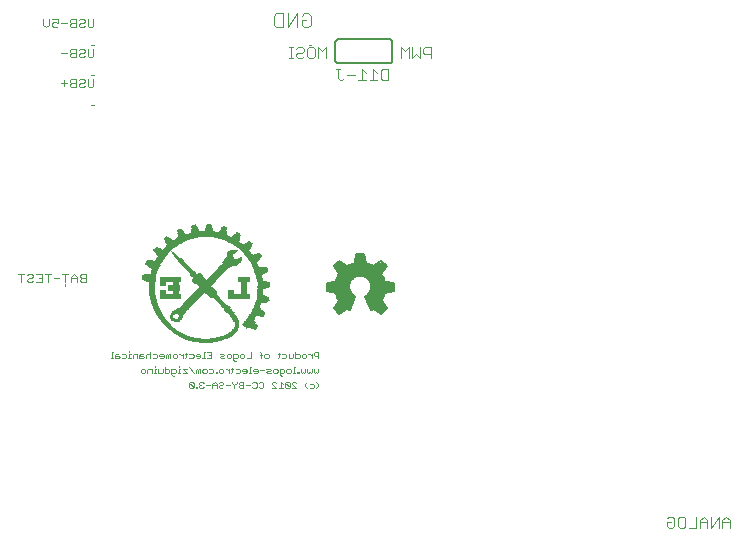
<source format=gbo>
G75*
G70*
%OFA0B0*%
%FSLAX24Y24*%
%IPPOS*%
%LPD*%
%AMOC8*
5,1,8,0,0,1.08239X$1,22.5*
%
%ADD10C,0.0020*%
%ADD11C,0.0030*%
%ADD12C,0.0060*%
%ADD13C,0.0040*%
%ADD14R,0.0483X0.0017*%
%ADD15R,0.0700X0.0017*%
%ADD16R,0.0867X0.0017*%
%ADD17R,0.1000X0.0017*%
%ADD18R,0.1117X0.0017*%
%ADD19R,0.1217X0.0017*%
%ADD20R,0.1300X0.0017*%
%ADD21R,0.0517X0.0017*%
%ADD22R,0.0550X0.0017*%
%ADD23R,0.0450X0.0017*%
%ADD24R,0.0400X0.0017*%
%ADD25R,0.0417X0.0017*%
%ADD26R,0.0367X0.0017*%
%ADD27R,0.0383X0.0017*%
%ADD28R,0.0333X0.0017*%
%ADD29R,0.0350X0.0017*%
%ADD30R,0.0317X0.0017*%
%ADD31R,0.0283X0.0017*%
%ADD32R,0.0300X0.0017*%
%ADD33R,0.0283X0.0017*%
%ADD34R,0.0283X0.0017*%
%ADD35R,0.0250X0.0017*%
%ADD36R,0.0233X0.0017*%
%ADD37R,0.0267X0.0017*%
%ADD38R,0.0217X0.0017*%
%ADD39R,0.0267X0.0017*%
%ADD40R,0.0200X0.0017*%
%ADD41R,0.0250X0.0017*%
%ADD42R,0.0183X0.0017*%
%ADD43R,0.0233X0.0017*%
%ADD44R,0.0183X0.0017*%
%ADD45R,0.0183X0.0017*%
%ADD46R,0.0167X0.0017*%
%ADD47R,0.0167X0.0017*%
%ADD48R,0.0217X0.0017*%
%ADD49R,0.0067X0.0017*%
%ADD50R,0.0150X0.0017*%
%ADD51R,0.0200X0.0017*%
%ADD52R,0.0133X0.0017*%
%ADD53R,0.0217X0.0017*%
%ADD54R,0.0017X0.0017*%
%ADD55R,0.0133X0.0017*%
%ADD56R,0.0217X0.0017*%
%ADD57R,0.0050X0.0017*%
%ADD58R,0.0300X0.0017*%
%ADD59R,0.0083X0.0017*%
%ADD60R,0.0133X0.0017*%
%ADD61R,0.0433X0.0017*%
%ADD62R,0.0133X0.0017*%
%ADD63R,0.0117X0.0017*%
%ADD64R,0.0467X0.0017*%
%ADD65R,0.0117X0.0017*%
%ADD66R,0.0483X0.0017*%
%ADD67R,0.0467X0.0017*%
%ADD68R,0.0383X0.0017*%
%ADD69R,0.0350X0.0017*%
%ADD70R,0.0150X0.0017*%
%ADD71R,0.0317X0.0017*%
%ADD72R,0.0283X0.0017*%
%ADD73R,0.0167X0.0017*%
%ADD74R,0.0267X0.0017*%
%ADD75R,0.0167X0.0017*%
%ADD76R,0.0100X0.0017*%
%ADD77R,0.0100X0.0017*%
%ADD78R,0.0233X0.0017*%
%ADD79R,0.0117X0.0017*%
%ADD80R,0.0500X0.0017*%
%ADD81R,0.0083X0.0017*%
%ADD82R,0.0500X0.0017*%
%ADD83R,0.0483X0.0017*%
%ADD84R,0.0233X0.0017*%
%ADD85R,0.0450X0.0017*%
%ADD86R,0.0433X0.0017*%
%ADD87R,0.0417X0.0017*%
%ADD88R,0.0183X0.0017*%
%ADD89R,0.0433X0.0017*%
%ADD90R,0.0333X0.0017*%
%ADD91R,0.0400X0.0017*%
%ADD92R,0.0367X0.0017*%
%ADD93R,0.0017X0.0017*%
%ADD94R,0.0333X0.0017*%
%ADD95R,0.0383X0.0017*%
%ADD96R,0.0433X0.0017*%
%ADD97R,0.0717X0.0017*%
%ADD98R,0.0700X0.0017*%
%ADD99R,0.0717X0.0017*%
%ADD100R,0.0317X0.0017*%
%ADD101R,0.0333X0.0017*%
%ADD102R,0.0733X0.0017*%
%ADD103R,0.0717X0.0017*%
%ADD104R,0.0683X0.0017*%
%ADD105R,0.0650X0.0017*%
%ADD106R,0.0617X0.0017*%
%ADD107R,0.0600X0.0017*%
%ADD108R,0.0567X0.0017*%
%ADD109R,0.0367X0.0017*%
%ADD110R,0.0533X0.0017*%
%ADD111R,0.0367X0.0017*%
%ADD112R,0.0417X0.0017*%
%ADD113R,0.0550X0.0017*%
%ADD114R,0.0583X0.0017*%
%ADD115R,0.0733X0.0017*%
%ADD116R,0.0383X0.0017*%
%ADD117R,0.0767X0.0017*%
%ADD118R,0.0783X0.0017*%
%ADD119R,0.0033X0.0017*%
%ADD120R,0.0067X0.0017*%
%ADD121R,0.0533X0.0017*%
%ADD122R,0.0567X0.0017*%
%ADD123R,0.0517X0.0017*%
%ADD124R,0.0567X0.0017*%
%ADD125R,0.0517X0.0017*%
%ADD126R,0.0317X0.0017*%
%ADD127R,0.0067X0.0017*%
%ADD128R,0.0033X0.0017*%
%ADD129R,0.0467X0.0017*%
%ADD130R,0.0583X0.0017*%
%ADD131R,0.0600X0.0017*%
%ADD132R,0.0633X0.0017*%
%ADD133R,0.0683X0.0017*%
%ADD134R,0.0650X0.0017*%
%ADD135R,0.0717X0.0017*%
%ADD136R,0.0533X0.0017*%
%ADD137R,0.0883X0.0017*%
%ADD138R,0.0750X0.0017*%
%ADD139R,0.0883X0.0017*%
%ADD140R,0.0033X0.0017*%
%ADD141R,0.1717X0.0017*%
%ADD142R,0.1683X0.0017*%
%ADD143R,0.1650X0.0017*%
%ADD144R,0.1633X0.0017*%
%ADD145R,0.1333X0.0017*%
%ADD146R,0.1283X0.0017*%
%ADD147R,0.1233X0.0017*%
%ADD148R,0.1183X0.0017*%
%ADD149R,0.0867X0.0017*%
%ADD150R,0.0767X0.0017*%
%ADD151R,0.0050X0.0017*%
%ADD152C,0.0000*%
D10*
X008181Y007632D02*
X008218Y007596D01*
X008291Y007596D01*
X008328Y007632D01*
X008181Y007779D01*
X008181Y007632D01*
X008328Y007632D02*
X008328Y007779D01*
X008291Y007816D01*
X008218Y007816D01*
X008181Y007779D01*
X008402Y007632D02*
X008402Y007596D01*
X008439Y007596D01*
X008439Y007632D01*
X008402Y007632D01*
X008513Y007632D02*
X008549Y007596D01*
X008623Y007596D01*
X008660Y007632D01*
X008734Y007706D02*
X008881Y007706D01*
X008955Y007706D02*
X009102Y007706D01*
X009102Y007742D02*
X009028Y007816D01*
X008955Y007742D01*
X008955Y007596D01*
X009102Y007596D02*
X009102Y007742D01*
X009176Y007779D02*
X009212Y007816D01*
X009286Y007816D01*
X009323Y007779D01*
X009323Y007742D01*
X009286Y007706D01*
X009212Y007706D01*
X009176Y007669D01*
X009176Y007632D01*
X009212Y007596D01*
X009286Y007596D01*
X009323Y007632D01*
X009397Y007706D02*
X009543Y007706D01*
X009618Y007779D02*
X009618Y007816D01*
X009618Y007779D02*
X009691Y007706D01*
X009691Y007596D01*
X009691Y007706D02*
X009764Y007779D01*
X009764Y007816D01*
X009839Y007779D02*
X009839Y007742D01*
X009875Y007706D01*
X009985Y007706D01*
X010060Y007706D02*
X010206Y007706D01*
X010281Y007779D02*
X010317Y007816D01*
X010391Y007816D01*
X010427Y007779D01*
X010427Y007632D01*
X010391Y007596D01*
X010317Y007596D01*
X010281Y007632D01*
X010502Y007632D02*
X010538Y007596D01*
X010612Y007596D01*
X010648Y007632D01*
X010648Y007779D01*
X010612Y007816D01*
X010538Y007816D01*
X010502Y007779D01*
X010428Y008096D02*
X010354Y008096D01*
X010428Y008096D02*
X010464Y008132D01*
X010464Y008206D01*
X010428Y008242D01*
X010354Y008242D01*
X010317Y008206D01*
X010317Y008169D01*
X010464Y008169D01*
X010538Y008206D02*
X010685Y008206D01*
X010759Y008242D02*
X010870Y008242D01*
X010906Y008206D01*
X010870Y008169D01*
X010796Y008169D01*
X010759Y008132D01*
X010796Y008096D01*
X010906Y008096D01*
X010980Y008132D02*
X010980Y008206D01*
X011017Y008242D01*
X011091Y008242D01*
X011127Y008206D01*
X011127Y008132D01*
X011091Y008096D01*
X011017Y008096D01*
X010980Y008132D01*
X011201Y008096D02*
X011312Y008096D01*
X011348Y008132D01*
X011348Y008206D01*
X011312Y008242D01*
X011201Y008242D01*
X011201Y008059D01*
X011238Y008022D01*
X011275Y008022D01*
X011422Y008132D02*
X011422Y008206D01*
X011459Y008242D01*
X011533Y008242D01*
X011569Y008206D01*
X011569Y008132D01*
X011533Y008096D01*
X011459Y008096D01*
X011422Y008132D01*
X011643Y008096D02*
X011717Y008096D01*
X011680Y008096D02*
X011680Y008316D01*
X011717Y008316D01*
X011790Y008132D02*
X011790Y008096D01*
X011827Y008096D01*
X011827Y008132D01*
X011790Y008132D01*
X011901Y008132D02*
X011938Y008096D01*
X011975Y008132D01*
X012011Y008096D01*
X012048Y008132D01*
X012048Y008242D01*
X012122Y008242D02*
X012122Y008132D01*
X012159Y008096D01*
X012196Y008132D01*
X012232Y008096D01*
X012269Y008132D01*
X012269Y008242D01*
X012343Y008242D02*
X012343Y008132D01*
X012380Y008096D01*
X012417Y008132D01*
X012453Y008096D01*
X012490Y008132D01*
X012490Y008242D01*
X012490Y008596D02*
X012490Y008816D01*
X012380Y008816D01*
X012343Y008779D01*
X012343Y008706D01*
X012380Y008669D01*
X012490Y008669D01*
X012269Y008669D02*
X012196Y008742D01*
X012159Y008742D01*
X012085Y008706D02*
X012085Y008632D01*
X012048Y008596D01*
X011975Y008596D01*
X011938Y008632D01*
X011938Y008706D01*
X011975Y008742D01*
X012048Y008742D01*
X012085Y008706D01*
X012269Y008742D02*
X012269Y008596D01*
X011864Y008632D02*
X011864Y008706D01*
X011827Y008742D01*
X011717Y008742D01*
X011717Y008816D02*
X011717Y008596D01*
X011827Y008596D01*
X011864Y008632D01*
X011643Y008632D02*
X011606Y008596D01*
X011496Y008596D01*
X011496Y008742D01*
X011422Y008706D02*
X011422Y008632D01*
X011385Y008596D01*
X011275Y008596D01*
X011164Y008632D02*
X011128Y008596D01*
X011164Y008632D02*
X011164Y008779D01*
X011128Y008742D02*
X011201Y008742D01*
X011275Y008742D02*
X011385Y008742D01*
X011422Y008706D01*
X011643Y008742D02*
X011643Y008632D01*
X011901Y008242D02*
X011901Y008132D01*
X011717Y007816D02*
X011753Y007779D01*
X011717Y007816D02*
X011643Y007816D01*
X011607Y007779D01*
X011607Y007742D01*
X011753Y007596D01*
X011607Y007596D01*
X011532Y007632D02*
X011386Y007779D01*
X011386Y007632D01*
X011422Y007596D01*
X011496Y007596D01*
X011532Y007632D01*
X011532Y007779D01*
X011496Y007816D01*
X011422Y007816D01*
X011386Y007779D01*
X011311Y007742D02*
X011238Y007816D01*
X011238Y007596D01*
X011311Y007596D02*
X011165Y007596D01*
X011090Y007596D02*
X010944Y007742D01*
X010944Y007779D01*
X010980Y007816D01*
X011054Y007816D01*
X011090Y007779D01*
X011090Y007596D02*
X010944Y007596D01*
X010243Y008096D02*
X010170Y008096D01*
X010207Y008096D02*
X010207Y008316D01*
X010243Y008316D01*
X010096Y008206D02*
X010059Y008242D01*
X009986Y008242D01*
X009949Y008206D01*
X009949Y008169D01*
X010096Y008169D01*
X010096Y008132D02*
X010096Y008206D01*
X010096Y008132D02*
X010059Y008096D01*
X009986Y008096D01*
X009875Y008132D02*
X009838Y008096D01*
X009728Y008096D01*
X009617Y008132D02*
X009581Y008096D01*
X009617Y008132D02*
X009617Y008279D01*
X009581Y008242D02*
X009654Y008242D01*
X009728Y008242D02*
X009838Y008242D01*
X009875Y008206D01*
X009875Y008132D01*
X009728Y008522D02*
X009691Y008522D01*
X009655Y008559D01*
X009655Y008742D01*
X009765Y008742D01*
X009801Y008706D01*
X009801Y008632D01*
X009765Y008596D01*
X009655Y008596D01*
X009580Y008632D02*
X009544Y008596D01*
X009470Y008596D01*
X009434Y008632D01*
X009434Y008706D01*
X009470Y008742D01*
X009544Y008742D01*
X009580Y008706D01*
X009580Y008632D01*
X009359Y008596D02*
X009249Y008596D01*
X009213Y008632D01*
X009249Y008669D01*
X009323Y008669D01*
X009359Y008706D01*
X009323Y008742D01*
X009213Y008742D01*
X008917Y008706D02*
X008844Y008706D01*
X008917Y008816D02*
X008917Y008596D01*
X008771Y008596D01*
X008696Y008596D02*
X008623Y008596D01*
X008660Y008596D02*
X008660Y008816D01*
X008696Y008816D01*
X008771Y008816D02*
X008917Y008816D01*
X008549Y008706D02*
X008512Y008742D01*
X008439Y008742D01*
X008402Y008706D01*
X008402Y008669D01*
X008549Y008669D01*
X008549Y008632D02*
X008549Y008706D01*
X008549Y008632D02*
X008512Y008596D01*
X008439Y008596D01*
X008328Y008632D02*
X008291Y008596D01*
X008181Y008596D01*
X008070Y008632D02*
X008034Y008596D01*
X008070Y008632D02*
X008070Y008779D01*
X008034Y008742D02*
X008107Y008742D01*
X008181Y008742D02*
X008291Y008742D01*
X008328Y008706D01*
X008328Y008632D01*
X007960Y008596D02*
X007960Y008742D01*
X007960Y008669D02*
X007886Y008742D01*
X007850Y008742D01*
X007776Y008706D02*
X007776Y008632D01*
X007739Y008596D01*
X007665Y008596D01*
X007629Y008632D01*
X007629Y008706D01*
X007665Y008742D01*
X007739Y008742D01*
X007776Y008706D01*
X007555Y008742D02*
X007518Y008742D01*
X007481Y008706D01*
X007445Y008742D01*
X007408Y008706D01*
X007408Y008596D01*
X007481Y008596D02*
X007481Y008706D01*
X007555Y008742D02*
X007555Y008596D01*
X007334Y008632D02*
X007334Y008706D01*
X007297Y008742D01*
X007224Y008742D01*
X007187Y008706D01*
X007187Y008669D01*
X007334Y008669D01*
X007334Y008632D02*
X007297Y008596D01*
X007224Y008596D01*
X007113Y008632D02*
X007076Y008596D01*
X006966Y008596D01*
X006892Y008596D02*
X006892Y008816D01*
X006855Y008742D02*
X006782Y008742D01*
X006745Y008706D01*
X006745Y008596D01*
X006671Y008632D02*
X006634Y008669D01*
X006524Y008669D01*
X006524Y008706D02*
X006524Y008596D01*
X006634Y008596D01*
X006671Y008632D01*
X006634Y008742D02*
X006561Y008742D01*
X006524Y008706D01*
X006450Y008742D02*
X006340Y008742D01*
X006303Y008706D01*
X006303Y008596D01*
X006229Y008596D02*
X006155Y008596D01*
X006192Y008596D02*
X006192Y008742D01*
X006229Y008742D01*
X006192Y008816D02*
X006192Y008852D01*
X006045Y008742D02*
X006081Y008706D01*
X006081Y008632D01*
X006045Y008596D01*
X005935Y008596D01*
X005860Y008632D02*
X005824Y008669D01*
X005714Y008669D01*
X005714Y008706D02*
X005714Y008596D01*
X005824Y008596D01*
X005860Y008632D01*
X005824Y008742D02*
X005750Y008742D01*
X005714Y008706D01*
X005639Y008816D02*
X005603Y008816D01*
X005603Y008596D01*
X005639Y008596D02*
X005566Y008596D01*
X005935Y008742D02*
X006045Y008742D01*
X006450Y008742D02*
X006450Y008596D01*
X006855Y008742D02*
X006892Y008706D01*
X006966Y008742D02*
X007076Y008742D01*
X007113Y008706D01*
X007113Y008632D01*
X007039Y008352D02*
X007039Y008316D01*
X007039Y008242D02*
X007039Y008096D01*
X007076Y008096D02*
X007002Y008096D01*
X006928Y008096D02*
X006928Y008242D01*
X006818Y008242D01*
X006782Y008206D01*
X006782Y008096D01*
X006707Y008132D02*
X006671Y008096D01*
X006597Y008096D01*
X006561Y008132D01*
X006561Y008206D01*
X006597Y008242D01*
X006671Y008242D01*
X006707Y008206D01*
X006707Y008132D01*
X007039Y008242D02*
X007076Y008242D01*
X007150Y008242D02*
X007150Y008096D01*
X007260Y008096D01*
X007297Y008132D01*
X007297Y008242D01*
X007371Y008242D02*
X007481Y008242D01*
X007518Y008206D01*
X007518Y008132D01*
X007481Y008096D01*
X007371Y008096D01*
X007371Y008316D01*
X007592Y008242D02*
X007592Y008059D01*
X007629Y008022D01*
X007665Y008022D01*
X007702Y008096D02*
X007592Y008096D01*
X007702Y008096D02*
X007739Y008132D01*
X007739Y008206D01*
X007702Y008242D01*
X007592Y008242D01*
X007849Y008242D02*
X007849Y008096D01*
X007813Y008096D02*
X007886Y008096D01*
X007960Y008096D02*
X008107Y008096D01*
X007960Y008242D01*
X008107Y008242D01*
X008181Y008316D02*
X008328Y008096D01*
X008402Y008096D02*
X008402Y008206D01*
X008439Y008242D01*
X008476Y008206D01*
X008476Y008096D01*
X008549Y008096D02*
X008549Y008242D01*
X008512Y008242D01*
X008476Y008206D01*
X008623Y008206D02*
X008660Y008242D01*
X008733Y008242D01*
X008770Y008206D01*
X008770Y008132D01*
X008733Y008096D01*
X008660Y008096D01*
X008623Y008132D01*
X008623Y008206D01*
X008844Y008242D02*
X008954Y008242D01*
X008991Y008206D01*
X008991Y008132D01*
X008954Y008096D01*
X008844Y008096D01*
X009065Y008096D02*
X009065Y008132D01*
X009102Y008132D01*
X009102Y008096D01*
X009065Y008096D01*
X009176Y008132D02*
X009212Y008096D01*
X009286Y008096D01*
X009323Y008132D01*
X009323Y008206D01*
X009286Y008242D01*
X009212Y008242D01*
X009176Y008206D01*
X009176Y008132D01*
X009397Y008242D02*
X009433Y008242D01*
X009507Y008169D01*
X009507Y008096D02*
X009507Y008242D01*
X009876Y008632D02*
X009876Y008706D01*
X009912Y008742D01*
X009986Y008742D01*
X010022Y008706D01*
X010022Y008632D01*
X009986Y008596D01*
X009912Y008596D01*
X009876Y008632D01*
X010096Y008596D02*
X010243Y008596D01*
X010243Y008816D01*
X010538Y008816D02*
X010575Y008779D01*
X010575Y008596D01*
X010612Y008706D02*
X010538Y008706D01*
X010686Y008706D02*
X010722Y008742D01*
X010796Y008742D01*
X010833Y008706D01*
X010833Y008632D01*
X010796Y008596D01*
X010722Y008596D01*
X010686Y008632D01*
X010686Y008706D01*
X009985Y007816D02*
X009875Y007816D01*
X009839Y007779D01*
X009875Y007706D02*
X009839Y007669D01*
X009839Y007632D01*
X009875Y007596D01*
X009985Y007596D01*
X009985Y007816D01*
X008660Y007779D02*
X008623Y007816D01*
X008549Y007816D01*
X008513Y007779D01*
X008513Y007742D01*
X008549Y007706D01*
X008513Y007669D01*
X008513Y007632D01*
X008549Y007706D02*
X008586Y007706D01*
X007886Y008242D02*
X007849Y008242D01*
X007849Y008316D02*
X007849Y008352D01*
X012048Y007742D02*
X012122Y007816D01*
X012048Y007742D02*
X012048Y007669D01*
X012122Y007596D01*
X012196Y007596D02*
X012306Y007596D01*
X012343Y007632D01*
X012343Y007706D01*
X012306Y007742D01*
X012196Y007742D01*
X012417Y007816D02*
X012490Y007742D01*
X012490Y007669D01*
X012417Y007596D01*
D11*
X004741Y011126D02*
X004596Y011126D01*
X004547Y011175D01*
X004547Y011223D01*
X004596Y011271D01*
X004741Y011271D01*
X004741Y011126D02*
X004741Y011416D01*
X004596Y011416D01*
X004547Y011368D01*
X004547Y011320D01*
X004596Y011271D01*
X004446Y011271D02*
X004253Y011271D01*
X004253Y011320D02*
X004253Y011126D01*
X004446Y011126D02*
X004446Y011320D01*
X004350Y011416D01*
X004253Y011320D01*
X004152Y011416D02*
X003958Y011416D01*
X004055Y011416D02*
X004055Y011126D01*
X003857Y011271D02*
X003663Y011271D01*
X003562Y011416D02*
X003369Y011416D01*
X003466Y011416D02*
X003466Y011126D01*
X003268Y011126D02*
X003074Y011126D01*
X002973Y011175D02*
X002925Y011126D01*
X002828Y011126D01*
X002779Y011175D01*
X002779Y011223D01*
X002828Y011271D01*
X002925Y011271D01*
X002973Y011320D01*
X002973Y011368D01*
X002925Y011416D01*
X002828Y011416D01*
X002779Y011368D01*
X002678Y011416D02*
X002485Y011416D01*
X002582Y011416D02*
X002582Y011126D01*
X003074Y011416D02*
X003268Y011416D01*
X003268Y011126D01*
X003268Y011271D02*
X003171Y011271D01*
X004256Y017626D02*
X004402Y017626D01*
X004402Y017916D01*
X004256Y017916D01*
X004208Y017868D01*
X004208Y017820D01*
X004256Y017771D01*
X004402Y017771D01*
X004503Y017723D02*
X004503Y017675D01*
X004551Y017626D01*
X004648Y017626D01*
X004696Y017675D01*
X004797Y017675D02*
X004797Y017916D01*
X004696Y017868D02*
X004696Y017820D01*
X004648Y017771D01*
X004551Y017771D01*
X004503Y017723D01*
X004503Y017868D02*
X004551Y017916D01*
X004648Y017916D01*
X004696Y017868D01*
X004797Y017675D02*
X004846Y017626D01*
X004943Y017626D01*
X004991Y017675D01*
X004991Y017916D01*
X004943Y018626D02*
X004846Y018626D01*
X004797Y018675D01*
X004797Y018916D01*
X004696Y018868D02*
X004648Y018916D01*
X004551Y018916D01*
X004503Y018868D01*
X004551Y018771D02*
X004503Y018723D01*
X004503Y018675D01*
X004551Y018626D01*
X004648Y018626D01*
X004696Y018675D01*
X004648Y018771D02*
X004551Y018771D01*
X004648Y018771D02*
X004696Y018820D01*
X004696Y018868D01*
X004402Y018916D02*
X004402Y018626D01*
X004256Y018626D01*
X004208Y018675D01*
X004208Y018723D01*
X004256Y018771D01*
X004402Y018771D01*
X004402Y018916D02*
X004256Y018916D01*
X004208Y018868D01*
X004208Y018820D01*
X004256Y018771D01*
X004107Y018771D02*
X003913Y018771D01*
X003764Y019626D02*
X003667Y019626D01*
X003619Y019675D01*
X003619Y019771D01*
X003667Y019820D01*
X003716Y019820D01*
X003812Y019771D01*
X003812Y019916D01*
X003619Y019916D01*
X003518Y019916D02*
X003518Y019723D01*
X003421Y019626D01*
X003324Y019723D01*
X003324Y019916D01*
X003764Y019626D02*
X003812Y019675D01*
X003913Y019771D02*
X004107Y019771D01*
X004208Y019723D02*
X004208Y019675D01*
X004256Y019626D01*
X004402Y019626D01*
X004402Y019916D01*
X004256Y019916D01*
X004208Y019868D01*
X004208Y019820D01*
X004256Y019771D01*
X004402Y019771D01*
X004503Y019723D02*
X004503Y019675D01*
X004551Y019626D01*
X004648Y019626D01*
X004696Y019675D01*
X004797Y019675D02*
X004797Y019916D01*
X004696Y019868D02*
X004696Y019820D01*
X004648Y019771D01*
X004551Y019771D01*
X004503Y019723D01*
X004503Y019868D02*
X004551Y019916D01*
X004648Y019916D01*
X004696Y019868D01*
X004797Y019675D02*
X004846Y019626D01*
X004943Y019626D01*
X004991Y019675D01*
X004991Y019916D01*
X004256Y019771D02*
X004208Y019723D01*
X004991Y018916D02*
X004991Y018675D01*
X004943Y018626D01*
X004256Y017771D02*
X004208Y017723D01*
X004208Y017675D01*
X004256Y017626D01*
X004107Y017771D02*
X003913Y017771D01*
X004010Y017675D02*
X004010Y017868D01*
X011507Y018601D02*
X011630Y018601D01*
X011568Y018601D02*
X011568Y018971D01*
X011507Y018971D02*
X011630Y018971D01*
X011751Y018909D02*
X011813Y018971D01*
X011937Y018971D01*
X011998Y018909D01*
X011998Y018847D01*
X011937Y018786D01*
X011813Y018786D01*
X011751Y018724D01*
X011751Y018662D01*
X011813Y018601D01*
X011937Y018601D01*
X011998Y018662D01*
X012120Y018662D02*
X012120Y018909D01*
X012182Y018971D01*
X012305Y018971D01*
X012367Y018909D01*
X012367Y018662D01*
X012305Y018601D01*
X012182Y018601D01*
X012120Y018662D01*
X012488Y018601D02*
X012488Y018971D01*
X012612Y018847D01*
X012735Y018971D01*
X012735Y018601D01*
X015251Y018601D02*
X015251Y018971D01*
X015375Y018847D01*
X015498Y018971D01*
X015498Y018601D01*
X015620Y018601D02*
X015620Y018971D01*
X015867Y018971D02*
X015867Y018601D01*
X015743Y018724D01*
X015620Y018601D01*
X015988Y018786D02*
X016050Y018724D01*
X016235Y018724D01*
X016235Y018601D02*
X016235Y018971D01*
X016050Y018971D01*
X015988Y018909D01*
X015988Y018786D01*
X024168Y003321D02*
X024292Y003321D01*
X024353Y003259D01*
X024353Y003012D01*
X024292Y002951D01*
X024168Y002951D01*
X024106Y003012D01*
X024106Y003136D01*
X024230Y003136D01*
X024106Y003259D02*
X024168Y003321D01*
X024475Y003259D02*
X024475Y003012D01*
X024536Y002951D01*
X024660Y002951D01*
X024722Y003012D01*
X024722Y003259D01*
X024660Y003321D01*
X024536Y003321D01*
X024475Y003259D01*
X024843Y002951D02*
X025090Y002951D01*
X025090Y003321D01*
X025211Y003197D02*
X025211Y002951D01*
X025211Y003136D02*
X025458Y003136D01*
X025458Y003197D02*
X025458Y002951D01*
X025580Y002951D02*
X025580Y003321D01*
X025458Y003197D02*
X025335Y003321D01*
X025211Y003197D01*
X025580Y002951D02*
X025827Y003321D01*
X025827Y002951D01*
X025948Y002951D02*
X025948Y003197D01*
X026071Y003321D01*
X026195Y003197D01*
X026195Y002951D01*
X026195Y003136D02*
X025948Y003136D01*
D12*
X014760Y010276D02*
X014600Y010516D01*
X014559Y010520D02*
X014143Y010520D01*
X014165Y010462D02*
X014594Y010462D01*
X014629Y010403D02*
X014187Y010403D01*
X014209Y010345D02*
X014665Y010345D01*
X014700Y010286D02*
X014231Y010286D01*
X014250Y010236D02*
X014350Y010286D01*
X014550Y010136D01*
X014700Y010286D01*
X014550Y010536D01*
X014650Y010786D01*
X014950Y010886D01*
X014950Y010836D01*
X014950Y011086D01*
X014650Y011136D01*
X014550Y011436D01*
X014750Y011636D01*
X014600Y011786D01*
X014300Y011636D01*
X014000Y011786D01*
X014050Y011786D01*
X014000Y012036D01*
X013750Y012036D01*
X013750Y011736D01*
X013450Y011636D01*
X013200Y011786D01*
X013050Y011686D01*
X013200Y011386D01*
X013100Y011136D01*
X012800Y011086D01*
X012800Y010836D01*
X013100Y010836D01*
X013200Y010486D01*
X013050Y010286D01*
X013200Y010136D01*
X013400Y010286D01*
X013500Y010236D01*
X013700Y010636D01*
X013500Y010836D01*
X013500Y011086D01*
X013650Y011336D01*
X013900Y011386D01*
X014200Y011286D01*
X014150Y011286D01*
X014300Y011036D01*
X014200Y010736D01*
X014100Y010636D01*
X014250Y010236D01*
X014240Y010196D02*
X014340Y010256D01*
X014580Y010086D01*
X014760Y010276D01*
X014642Y010228D02*
X014427Y010228D01*
X014505Y010169D02*
X014584Y010169D01*
X014240Y010196D02*
X014040Y010646D01*
X014102Y010637D02*
X014591Y010637D01*
X014614Y010696D02*
X014160Y010696D01*
X014206Y010754D02*
X014637Y010754D01*
X014700Y010786D02*
X015000Y010836D01*
X015000Y011096D01*
X014700Y011156D01*
X014641Y011164D02*
X014223Y011164D01*
X014188Y011222D02*
X014621Y011222D01*
X014602Y011281D02*
X014153Y011281D01*
X014039Y011339D02*
X014582Y011339D01*
X014563Y011398D02*
X013194Y011398D01*
X013180Y011406D02*
X013000Y011666D01*
X013190Y011846D01*
X013450Y011666D01*
X013359Y011690D02*
X013057Y011690D01*
X013077Y011632D02*
X014746Y011632D01*
X014770Y011666D02*
X014590Y011406D01*
X014571Y011456D02*
X013165Y011456D01*
X013135Y011515D02*
X014629Y011515D01*
X014688Y011573D02*
X013106Y011573D01*
X013145Y011749D02*
X013262Y011749D01*
X013614Y011690D02*
X014191Y011690D01*
X014074Y011749D02*
X013750Y011749D01*
X013700Y011766D02*
X013750Y012086D01*
X014020Y012086D01*
X014070Y011766D01*
X014046Y011807D02*
X013750Y011807D01*
X013750Y011866D02*
X014034Y011866D01*
X014022Y011924D02*
X013750Y011924D01*
X013750Y011983D02*
X014011Y011983D01*
X014320Y011666D02*
X014580Y011846D01*
X014770Y011666D01*
X014695Y011690D02*
X014409Y011690D01*
X014526Y011749D02*
X014637Y011749D01*
X014833Y011105D02*
X014258Y011105D01*
X014293Y011047D02*
X014950Y011047D01*
X014950Y010988D02*
X014284Y010988D01*
X014265Y010930D02*
X014950Y010930D01*
X014907Y010871D02*
X014245Y010871D01*
X014226Y010813D02*
X014731Y010813D01*
X014567Y010579D02*
X014121Y010579D01*
X013720Y010646D02*
X013530Y010196D01*
X013430Y010256D01*
X013190Y010086D01*
X013000Y010276D01*
X013170Y010516D01*
X013190Y010520D02*
X013642Y010520D01*
X013613Y010462D02*
X013182Y010462D01*
X013138Y010403D02*
X013584Y010403D01*
X013555Y010345D02*
X013094Y010345D01*
X013050Y010286D02*
X013525Y010286D01*
X013323Y010228D02*
X013108Y010228D01*
X013166Y010169D02*
X013245Y010169D01*
X013173Y010579D02*
X013672Y010579D01*
X013698Y010637D02*
X013157Y010637D01*
X013140Y010696D02*
X013640Y010696D01*
X013581Y010754D02*
X013123Y010754D01*
X013107Y010813D02*
X013523Y010813D01*
X013500Y010871D02*
X012800Y010871D01*
X012770Y010836D02*
X013070Y010786D01*
X012770Y010836D02*
X012770Y011096D01*
X013070Y011156D01*
X013111Y011164D02*
X013547Y011164D01*
X013582Y011222D02*
X013135Y011222D01*
X013158Y011281D02*
X013617Y011281D01*
X013668Y011339D02*
X013181Y011339D01*
X012917Y011105D02*
X013512Y011105D01*
X013500Y011047D02*
X012800Y011047D01*
X012800Y010988D02*
X013500Y010988D01*
X013500Y010930D02*
X012800Y010930D01*
X013071Y011156D02*
X013086Y011208D01*
X013105Y011259D01*
X013127Y011309D01*
X013152Y011357D01*
X013181Y011404D01*
X013720Y010656D02*
X013687Y010674D01*
X013657Y010695D01*
X013628Y010719D01*
X013602Y010746D01*
X013580Y010775D01*
X013560Y010807D01*
X013543Y010840D01*
X013530Y010875D01*
X013521Y010911D01*
X013515Y010948D01*
X013513Y010985D01*
X013515Y011022D01*
X013520Y011059D01*
X013530Y011095D01*
X013542Y011130D01*
X013559Y011164D01*
X013578Y011195D01*
X013601Y011225D01*
X013627Y011252D01*
X013655Y011276D01*
X013686Y011297D01*
X013718Y011315D01*
X013752Y011330D01*
X013788Y011341D01*
X013824Y011349D01*
X013861Y011353D01*
X013899Y011353D01*
X013936Y011349D01*
X013972Y011341D01*
X014008Y011330D01*
X014042Y011315D01*
X014074Y011297D01*
X014105Y011276D01*
X014133Y011252D01*
X014159Y011225D01*
X014182Y011195D01*
X014201Y011164D01*
X014218Y011130D01*
X014230Y011095D01*
X014240Y011059D01*
X014245Y011022D01*
X014247Y010985D01*
X014245Y010948D01*
X014239Y010911D01*
X014230Y010875D01*
X014217Y010840D01*
X014200Y010807D01*
X014180Y010775D01*
X014158Y010746D01*
X014132Y010719D01*
X014103Y010695D01*
X014073Y010674D01*
X014040Y010656D01*
X013170Y010516D02*
X013147Y010557D01*
X013126Y010600D01*
X013108Y010645D01*
X013093Y010690D01*
X013080Y010736D01*
X013070Y010783D01*
X013446Y011667D02*
X013493Y011694D01*
X013542Y011717D01*
X013592Y011737D01*
X013643Y011754D01*
X013695Y011768D01*
X014078Y011766D02*
X014128Y011753D01*
X014177Y011736D01*
X014225Y011717D01*
X014272Y011694D01*
X014317Y011669D01*
X014589Y011401D02*
X014616Y011354D01*
X014640Y011307D01*
X014661Y011258D01*
X014679Y011207D01*
X014693Y011156D01*
X014699Y010784D02*
X014686Y010728D01*
X014669Y010673D01*
X014648Y010620D01*
X014624Y010568D01*
X014596Y010518D01*
X014850Y018436D02*
X013150Y018436D01*
X013133Y018438D01*
X013116Y018442D01*
X013100Y018449D01*
X013086Y018459D01*
X013073Y018472D01*
X013063Y018486D01*
X013056Y018502D01*
X013052Y018519D01*
X013050Y018536D01*
X013050Y019136D01*
X013052Y019153D01*
X013056Y019170D01*
X013063Y019186D01*
X013073Y019200D01*
X013086Y019213D01*
X013100Y019223D01*
X013116Y019230D01*
X013133Y019234D01*
X013150Y019236D01*
X014850Y019236D01*
X014867Y019234D01*
X014884Y019230D01*
X014900Y019223D01*
X014914Y019213D01*
X014927Y019200D01*
X014937Y019186D01*
X014944Y019170D01*
X014948Y019153D01*
X014950Y019136D01*
X014950Y018536D01*
X014948Y018519D01*
X014944Y018502D01*
X014937Y018486D01*
X014927Y018472D01*
X014914Y018459D01*
X014900Y018449D01*
X014884Y018442D01*
X014867Y018438D01*
X014850Y018436D01*
D13*
X014802Y018236D02*
X014621Y018236D01*
X014561Y018176D01*
X014561Y017936D01*
X014621Y017876D01*
X014802Y017876D01*
X014802Y018236D01*
X014433Y018116D02*
X014313Y018236D01*
X014313Y017876D01*
X014433Y017876D02*
X014193Y017876D01*
X014065Y017876D02*
X013825Y017876D01*
X013945Y017876D02*
X013945Y018236D01*
X014065Y018116D01*
X013697Y018056D02*
X013456Y018056D01*
X013328Y017936D02*
X013268Y017876D01*
X013208Y017876D01*
X013148Y017936D01*
X013148Y018236D01*
X013208Y018236D02*
X013088Y018236D01*
X012159Y019631D02*
X012006Y019631D01*
X011929Y019708D01*
X011929Y019861D01*
X012082Y019861D01*
X011929Y020015D02*
X012006Y020092D01*
X012159Y020092D01*
X012236Y020015D01*
X012236Y019708D01*
X012159Y019631D01*
X011776Y019631D02*
X011776Y020092D01*
X011469Y019631D01*
X011469Y020092D01*
X011315Y020092D02*
X011085Y020092D01*
X011008Y020015D01*
X011008Y019708D01*
X011085Y019631D01*
X011315Y019631D01*
X011315Y020092D01*
D14*
X009617Y012519D03*
X007983Y012552D03*
X007283Y012119D03*
X010483Y010102D03*
X010467Y010069D03*
X010467Y010052D03*
X008733Y009119D03*
D15*
X008725Y009136D03*
X007575Y010586D03*
X007575Y010636D03*
X007575Y010686D03*
X007575Y011136D03*
X007575Y011186D03*
X007575Y011236D03*
X007575Y011286D03*
D16*
X008725Y009152D03*
D17*
X008725Y009169D03*
D18*
X008717Y009186D03*
D19*
X008717Y009202D03*
D20*
X008725Y009219D03*
D21*
X009150Y009236D03*
X008700Y011036D03*
X010350Y011986D03*
D22*
X009567Y011736D03*
X007667Y012436D03*
X008300Y009236D03*
D23*
X008217Y009252D03*
X007833Y010119D03*
X008700Y011002D03*
X008517Y011202D03*
X006850Y011302D03*
X006833Y011219D03*
X009233Y009252D03*
X010233Y009669D03*
X010250Y009652D03*
X010483Y010119D03*
X010633Y010519D03*
X010583Y011502D03*
X010583Y011519D03*
X010567Y011552D03*
X010567Y011569D03*
X010550Y011602D03*
X009633Y012502D03*
D24*
X010358Y011902D03*
X010575Y011469D03*
X010658Y010969D03*
X010475Y010152D03*
X010192Y009752D03*
X009292Y009269D03*
X008425Y011352D03*
X008425Y011369D03*
X009408Y011652D03*
X007275Y012069D03*
X007008Y011669D03*
X006892Y011369D03*
D25*
X006850Y011202D03*
X008150Y009269D03*
X010350Y011919D03*
D26*
X010558Y011436D03*
X009342Y009286D03*
X007992Y010236D03*
D27*
X008100Y009286D03*
X010350Y011886D03*
D28*
X010042Y012202D03*
X009742Y012419D03*
X009308Y011569D03*
X009292Y011552D03*
X009258Y011519D03*
X009242Y011502D03*
X009208Y011469D03*
X009192Y011452D03*
X009158Y011419D03*
X009142Y011402D03*
X009108Y011369D03*
X009092Y011352D03*
X009058Y011319D03*
X009042Y011302D03*
X009008Y011269D03*
X008992Y011252D03*
X008958Y011219D03*
X008942Y011202D03*
X008458Y010702D03*
X008408Y010652D03*
X008358Y010602D03*
X008308Y010552D03*
X008258Y010502D03*
X008208Y010452D03*
X008158Y010402D03*
X007758Y009869D03*
X008008Y009319D03*
X009392Y009302D03*
D29*
X010467Y010169D03*
X009333Y011602D03*
X008517Y011252D03*
X008500Y011269D03*
X008517Y010769D03*
X008500Y010752D03*
X008133Y010369D03*
X008117Y010352D03*
X008083Y010319D03*
X008067Y010302D03*
X008033Y010269D03*
X008017Y010252D03*
X008050Y009302D03*
X006883Y011169D03*
X010033Y012219D03*
X010350Y011869D03*
D30*
X009817Y012369D03*
X008483Y011302D03*
X008933Y010719D03*
X008983Y010669D03*
X009033Y010619D03*
X009433Y009319D03*
X007533Y012269D03*
X007583Y012302D03*
D31*
X009467Y009336D03*
D32*
X007975Y009336D03*
X006958Y011386D03*
X007508Y012236D03*
X007558Y012286D03*
X009642Y012136D03*
X010342Y011836D03*
D33*
X010600Y010919D03*
X010450Y010219D03*
X009500Y009352D03*
X007900Y009369D03*
X007500Y012519D03*
D34*
X007467Y012202D03*
X007933Y012719D03*
X007033Y011602D03*
X009533Y011919D03*
X010583Y011152D03*
X010583Y010669D03*
X007933Y009352D03*
D35*
X007817Y009419D03*
X009533Y009369D03*
X009567Y010102D03*
X009467Y010202D03*
X009433Y010269D03*
X009400Y010302D03*
X009383Y010319D03*
X010200Y009852D03*
X010217Y009869D03*
X010250Y009919D03*
X010283Y009969D03*
X010317Y009602D03*
X010333Y011802D03*
X010150Y012052D03*
X010117Y012102D03*
X010100Y012119D03*
X010067Y012152D03*
X009667Y012169D03*
X009567Y012069D03*
X009533Y011952D03*
X009767Y012669D03*
X009317Y012819D03*
X008850Y012869D03*
X008850Y012902D03*
X008383Y012869D03*
X008383Y012852D03*
X007917Y012752D03*
X007150Y012219D03*
X007267Y011969D03*
X007233Y011919D03*
X007217Y011902D03*
X007200Y011869D03*
X007183Y011852D03*
X010167Y012402D03*
D36*
X010458Y012036D03*
X010342Y011786D03*
X010008Y011086D03*
X010008Y011036D03*
X010008Y010986D03*
X010008Y010936D03*
X010008Y010886D03*
X010008Y010836D03*
X010008Y010786D03*
X010008Y010736D03*
X009458Y010236D03*
X009158Y010536D03*
X009108Y010586D03*
X008342Y011386D03*
X008308Y011436D03*
X008258Y011486D03*
X007742Y011086D03*
X007742Y011036D03*
X007742Y010836D03*
X007742Y010786D03*
X007742Y010736D03*
X007008Y011436D03*
X007042Y011536D03*
X007708Y009486D03*
X009558Y009386D03*
X010258Y009936D03*
X010292Y009986D03*
D37*
X009525Y010136D03*
X009475Y010186D03*
X010525Y011386D03*
X007925Y012736D03*
X007275Y011986D03*
X006925Y011136D03*
X007875Y009386D03*
D38*
X007667Y009519D03*
X007767Y009819D03*
X006933Y010902D03*
X006933Y010919D03*
X006933Y010952D03*
X006933Y010969D03*
X006933Y011002D03*
X006933Y011019D03*
X006933Y011052D03*
X006933Y011069D03*
X006933Y011102D03*
X006933Y011119D03*
X007017Y011469D03*
X007033Y011519D03*
X007467Y012569D03*
X008367Y012919D03*
X009333Y012869D03*
X009783Y012702D03*
X009533Y012019D03*
X009533Y012002D03*
X009533Y011969D03*
X010367Y011719D03*
X009167Y010519D03*
X009183Y010502D03*
X009217Y010469D03*
X009233Y010452D03*
X009267Y010419D03*
X009283Y010402D03*
X009317Y010369D03*
X009333Y010352D03*
X009633Y010019D03*
X009667Y009969D03*
X009617Y009419D03*
X009583Y009402D03*
X010433Y010252D03*
X010433Y010269D03*
X008317Y011419D03*
D39*
X007258Y011952D03*
X008392Y012819D03*
X008842Y012852D03*
X009308Y012802D03*
X009758Y012652D03*
X010058Y012169D03*
X009658Y012152D03*
X009608Y012102D03*
X010342Y011819D03*
X009492Y010169D03*
X009508Y010152D03*
X009542Y010119D03*
X007892Y010069D03*
X007842Y009402D03*
D40*
X007525Y009636D03*
X007475Y009686D03*
X007325Y010736D03*
X006958Y010686D03*
X006942Y010786D03*
X006942Y010836D03*
X007942Y011786D03*
X007992Y011736D03*
X008042Y011686D03*
X008092Y011636D03*
X008142Y011586D03*
X008192Y011536D03*
X009542Y012036D03*
X010358Y011736D03*
X010408Y011636D03*
X010475Y010386D03*
X010458Y010336D03*
X010442Y010286D03*
X009692Y009936D03*
X009658Y009986D03*
X009625Y009436D03*
D41*
X010233Y009886D03*
X010433Y010236D03*
X010517Y010436D03*
X010567Y010686D03*
X009417Y010286D03*
X007783Y009436D03*
X007183Y011836D03*
X007217Y011886D03*
X008850Y012886D03*
X009533Y011936D03*
X010083Y012136D03*
X010167Y012036D03*
D42*
X010550Y010869D03*
X010550Y010852D03*
X010550Y010819D03*
X010550Y010802D03*
X010550Y010769D03*
X010550Y010752D03*
X010550Y010719D03*
X009700Y009919D03*
X009700Y009502D03*
X009650Y009452D03*
X007450Y009719D03*
X007400Y009769D03*
X007250Y009969D03*
X007050Y010352D03*
X007000Y010502D03*
X007000Y010519D03*
X006950Y010752D03*
X008850Y013002D03*
D43*
X007908Y012769D03*
X007042Y011569D03*
X007042Y011552D03*
X007008Y011452D03*
X007742Y011119D03*
X007742Y011102D03*
X007742Y011069D03*
X007742Y011052D03*
X007742Y011019D03*
X007742Y010819D03*
X007742Y010802D03*
X007742Y010769D03*
X007742Y010752D03*
X008292Y011452D03*
X009092Y010602D03*
X009142Y010552D03*
X009442Y010252D03*
X009458Y010219D03*
X009592Y010069D03*
X009608Y010052D03*
X010242Y009902D03*
X010008Y010752D03*
X010008Y010769D03*
X010008Y010802D03*
X010008Y010819D03*
X010008Y010852D03*
X010008Y010869D03*
X010008Y010902D03*
X010008Y010919D03*
X010008Y010952D03*
X010008Y010969D03*
X010008Y011002D03*
X010008Y011019D03*
X010008Y011052D03*
X010008Y011069D03*
X010008Y011102D03*
X010008Y011119D03*
X010142Y012069D03*
X007742Y009469D03*
X007758Y009452D03*
X007692Y009502D03*
D44*
X007467Y009702D03*
X007417Y009752D03*
X007367Y009802D03*
X007333Y009852D03*
X007317Y009869D03*
X007283Y009919D03*
X007217Y010019D03*
X007183Y010069D03*
X007167Y010102D03*
X007133Y010169D03*
X007117Y010202D03*
X007083Y010269D03*
X007067Y010319D03*
X007033Y010402D03*
X007017Y010452D03*
X007017Y010469D03*
X006983Y010552D03*
X006983Y010569D03*
X006983Y010602D03*
X006967Y010619D03*
X006967Y010652D03*
X006967Y010669D03*
X007317Y010752D03*
X007317Y010769D03*
X007317Y010802D03*
X007317Y011052D03*
X007317Y011069D03*
X007317Y011102D03*
X007917Y011819D03*
X008317Y011402D03*
X009583Y010769D03*
X009583Y010752D03*
X010483Y010419D03*
X010533Y011169D03*
X010533Y011202D03*
X010533Y011219D03*
X010517Y011252D03*
X010517Y011269D03*
X010517Y011302D03*
X009717Y009902D03*
X009667Y009469D03*
X007917Y010052D03*
D45*
X007433Y009736D03*
X007383Y009786D03*
X007267Y009936D03*
X006983Y010586D03*
X006967Y010636D03*
X007317Y010786D03*
X007317Y011086D03*
X007133Y012236D03*
X007883Y012836D03*
X010517Y011286D03*
X010533Y011236D03*
X010533Y011186D03*
X009583Y010736D03*
X009717Y009886D03*
X009683Y009486D03*
X010333Y009586D03*
D46*
X009758Y009802D03*
X009742Y009852D03*
X009708Y009519D03*
X007358Y009819D03*
X007292Y009902D03*
X007258Y009952D03*
X007192Y010052D03*
X007158Y010119D03*
X007142Y010152D03*
X007108Y010219D03*
X007092Y010252D03*
X007042Y010369D03*
X007308Y010819D03*
X007308Y010852D03*
X007308Y011019D03*
X007908Y011852D03*
X007892Y011869D03*
X007858Y011902D03*
X008358Y012969D03*
X008858Y013019D03*
X009342Y012919D03*
X009842Y011869D03*
X010692Y011619D03*
D47*
X009575Y010836D03*
X009575Y010786D03*
X009725Y009536D03*
X007175Y010086D03*
X007125Y010186D03*
X007075Y010286D03*
X007025Y010436D03*
X006875Y011836D03*
X007875Y011886D03*
D48*
X007900Y012786D03*
X008850Y012936D03*
X009200Y010486D03*
X009250Y010436D03*
X009300Y010386D03*
X009350Y010336D03*
X007650Y009536D03*
D49*
X010375Y009552D03*
X007675Y012069D03*
D50*
X007117Y012252D03*
X008350Y013002D03*
X008850Y013052D03*
X009350Y012952D03*
X009567Y010852D03*
X009750Y009819D03*
X009767Y009769D03*
X009750Y009569D03*
X009733Y009552D03*
X007917Y010019D03*
X007883Y009919D03*
X007867Y009902D03*
X007767Y009802D03*
D51*
X007625Y009552D03*
X007558Y009602D03*
X007542Y009619D03*
X007508Y009652D03*
X007492Y009669D03*
X006958Y010702D03*
X006958Y010719D03*
X006942Y010769D03*
X006942Y010802D03*
X006942Y010819D03*
X006942Y010852D03*
X006942Y010869D03*
X007325Y011119D03*
X008025Y011702D03*
X008008Y011719D03*
X007975Y011752D03*
X007958Y011769D03*
X007925Y011802D03*
X008058Y011669D03*
X008075Y011652D03*
X008108Y011619D03*
X008125Y011602D03*
X008158Y011569D03*
X008175Y011552D03*
X008208Y011519D03*
X008225Y011502D03*
X007892Y012819D03*
X008358Y012952D03*
X008858Y012969D03*
X009342Y012902D03*
X009792Y012719D03*
X010175Y012419D03*
X010342Y011769D03*
X010375Y011702D03*
X010392Y011669D03*
X010392Y011652D03*
X010408Y011619D03*
X010508Y011352D03*
X010508Y011319D03*
X010542Y010702D03*
X010475Y010402D03*
X010475Y010369D03*
X010458Y010352D03*
X010458Y010319D03*
X010442Y010302D03*
X009675Y009952D03*
D52*
X009758Y009602D03*
X010358Y009569D03*
X007908Y009969D03*
X007908Y010002D03*
X007658Y010069D03*
X007642Y010052D03*
X007642Y009902D03*
X007458Y012602D03*
X008358Y013019D03*
D53*
X007900Y012802D03*
X008850Y012919D03*
X008850Y012952D03*
X009550Y012052D03*
X010350Y011752D03*
X009650Y010002D03*
X007600Y009569D03*
X007000Y011402D03*
X007000Y011419D03*
D54*
X008400Y013036D03*
X010100Y009586D03*
D55*
X009758Y009586D03*
X007908Y009986D03*
X007892Y009936D03*
X008542Y011386D03*
D56*
X009533Y011986D03*
X010383Y011686D03*
X009333Y012886D03*
X008367Y012936D03*
X006933Y011086D03*
X006933Y011036D03*
X006933Y010986D03*
X006933Y010936D03*
X006933Y010886D03*
X007583Y009586D03*
X009617Y010036D03*
D57*
X010100Y009602D03*
X008933Y010602D03*
X009917Y011952D03*
X007633Y012119D03*
D58*
X007525Y012252D03*
X007492Y012219D03*
X007275Y012002D03*
X007158Y012202D03*
X009542Y011902D03*
X009625Y012119D03*
X010142Y012369D03*
X010542Y011402D03*
X010458Y010202D03*
X010192Y009819D03*
X010308Y009619D03*
X007758Y009852D03*
D59*
X010100Y009619D03*
X007100Y012269D03*
D60*
X009875Y011902D03*
X009775Y009752D03*
X009775Y009719D03*
X009775Y009652D03*
X009775Y009619D03*
D61*
X010192Y009736D03*
X010258Y009636D03*
X010642Y010536D03*
X010642Y010586D03*
X008708Y010986D03*
X007642Y012386D03*
D62*
X009775Y009736D03*
X009775Y009636D03*
D63*
X009783Y009669D03*
X009783Y009702D03*
X007817Y011919D03*
D64*
X006858Y011336D03*
X006842Y011286D03*
X006842Y011236D03*
X008742Y010936D03*
X010208Y009686D03*
D65*
X009783Y009686D03*
X007633Y010036D03*
D66*
X008700Y011019D03*
X010350Y011952D03*
X007650Y012402D03*
X010200Y009702D03*
D67*
X010192Y009719D03*
X006992Y011702D03*
X006858Y011352D03*
X006858Y011319D03*
X006842Y011269D03*
X006842Y011252D03*
D68*
X007950Y010202D03*
X008450Y011319D03*
X008800Y012819D03*
X010200Y009769D03*
D69*
X010200Y009786D03*
X010617Y010636D03*
X009317Y011586D03*
X009717Y012436D03*
X007617Y012336D03*
X007017Y011636D03*
X008150Y010386D03*
X008100Y010336D03*
X008050Y010286D03*
X007767Y009886D03*
D70*
X009767Y009786D03*
X010600Y009986D03*
X009867Y011886D03*
X010183Y012436D03*
X009800Y012736D03*
X008850Y013036D03*
D71*
X007600Y012319D03*
X006900Y011152D03*
X008950Y010702D03*
X009000Y010652D03*
X010200Y009802D03*
X010600Y010652D03*
X010550Y011419D03*
X010350Y011852D03*
D72*
X010050Y012186D03*
X008850Y012836D03*
X010200Y009836D03*
D73*
X009742Y009836D03*
X007908Y010036D03*
X007342Y009836D03*
X007308Y009886D03*
X007242Y009986D03*
X007208Y010036D03*
X007058Y010336D03*
X007042Y010386D03*
X007008Y010486D03*
X007308Y010836D03*
X007308Y011036D03*
X007908Y011836D03*
X007458Y012586D03*
X008358Y012986D03*
X009342Y012936D03*
X009692Y012186D03*
D74*
X009592Y012086D03*
X010158Y012386D03*
X009742Y012636D03*
X009308Y012786D03*
X008392Y012836D03*
X007492Y012536D03*
X007242Y011936D03*
X007042Y011586D03*
X007758Y009836D03*
D75*
X007225Y010002D03*
X007075Y010302D03*
X007025Y010419D03*
X009575Y010802D03*
X009575Y010819D03*
X009725Y009869D03*
X010475Y012052D03*
X007875Y012852D03*
D76*
X007892Y012869D03*
X007742Y012002D03*
X007775Y011969D03*
X007792Y011952D03*
X008542Y011402D03*
X009892Y011919D03*
X010508Y012069D03*
X010192Y012452D03*
X007625Y010019D03*
X007625Y009969D03*
X007625Y009952D03*
X007625Y009919D03*
D77*
X007625Y009936D03*
X007608Y009986D03*
X007808Y011936D03*
X007758Y011986D03*
D78*
X007475Y012552D03*
X008375Y012902D03*
X009325Y012852D03*
X008275Y011469D03*
X009125Y010569D03*
X010275Y009952D03*
X010575Y010902D03*
X010525Y011369D03*
X007025Y011502D03*
D79*
X007900Y009952D03*
X009800Y012752D03*
D80*
X010008Y012302D03*
X010358Y011969D03*
X009475Y011669D03*
X008742Y010919D03*
X010442Y010019D03*
X010442Y010002D03*
X008025Y012569D03*
X007025Y011802D03*
X007008Y011769D03*
X007008Y011752D03*
X006992Y011719D03*
D81*
X007733Y012019D03*
X009333Y012969D03*
X007617Y010002D03*
D82*
X006992Y011736D03*
X010458Y010036D03*
D83*
X010483Y010086D03*
X010017Y012286D03*
D84*
X010125Y012086D03*
X009775Y012686D03*
X009325Y012836D03*
X008375Y012886D03*
X007025Y011486D03*
X009575Y010086D03*
D85*
X008517Y011186D03*
X007850Y010136D03*
X007817Y010086D03*
X007000Y011686D03*
X007950Y012536D03*
X010350Y011936D03*
X010550Y011586D03*
X010567Y011536D03*
X010583Y011486D03*
D86*
X010675Y011002D03*
X010625Y010502D03*
X010625Y010469D03*
X008725Y010969D03*
X007875Y010152D03*
X007825Y010102D03*
X010025Y012269D03*
D87*
X010667Y011086D03*
X010667Y011036D03*
X010483Y010136D03*
D88*
X010550Y010736D03*
X010550Y010786D03*
X010550Y010836D03*
X010550Y010886D03*
X010500Y011336D03*
X008850Y012986D03*
X006950Y010736D03*
X007000Y010536D03*
X007100Y010236D03*
X007150Y010136D03*
D89*
X007892Y010169D03*
X008742Y010952D03*
X010642Y010602D03*
X010642Y010569D03*
X010642Y010552D03*
X007908Y012519D03*
D90*
X008492Y011286D03*
X008492Y010736D03*
X008442Y010686D03*
X008392Y010636D03*
X008342Y010586D03*
X008292Y010536D03*
X008242Y010486D03*
X008192Y010436D03*
X010458Y010186D03*
D91*
X008442Y011336D03*
X007925Y010186D03*
X009642Y012486D03*
D92*
X007675Y011002D03*
X007675Y010969D03*
X007675Y010952D03*
X007675Y010919D03*
X007675Y010902D03*
X007675Y010869D03*
X007675Y010852D03*
X007975Y010219D03*
X008925Y010752D03*
D93*
X009483Y010336D03*
X009783Y012786D03*
D94*
X009775Y012402D03*
X008475Y010719D03*
X008425Y010669D03*
X008375Y010619D03*
X008325Y010569D03*
X008275Y010519D03*
X008225Y010469D03*
X008175Y010419D03*
X007025Y011619D03*
X007275Y012019D03*
D95*
X007267Y012052D03*
X007617Y012352D03*
X007017Y011652D03*
X008917Y010769D03*
X010017Y011152D03*
X010017Y011169D03*
X010017Y011202D03*
X010017Y011219D03*
X010017Y011252D03*
X010017Y011269D03*
X010567Y011452D03*
X010633Y010619D03*
X010583Y010452D03*
D96*
X010625Y010486D03*
X010675Y010986D03*
X007275Y012086D03*
D97*
X009850Y010719D03*
X009850Y010702D03*
X009850Y010669D03*
X009850Y010652D03*
X009850Y010619D03*
X009850Y010602D03*
X009850Y010569D03*
D98*
X007575Y010569D03*
X007575Y010602D03*
X007575Y010619D03*
X007575Y010652D03*
X007575Y010669D03*
X007575Y010702D03*
X007575Y010719D03*
X007575Y011152D03*
X007575Y011169D03*
X007575Y011202D03*
X007575Y011219D03*
X007575Y011252D03*
X007575Y011269D03*
X008158Y012619D03*
D99*
X009850Y010686D03*
X009850Y010636D03*
X009850Y010586D03*
D100*
X010617Y010936D03*
X009017Y010636D03*
X008967Y010686D03*
D101*
X008925Y010736D03*
X008925Y011186D03*
X008975Y011236D03*
X009025Y011286D03*
X009075Y011336D03*
X009125Y011386D03*
X009175Y011436D03*
X009225Y011486D03*
X009275Y011536D03*
X010625Y011136D03*
D102*
X008725Y010786D03*
D103*
X008733Y010802D03*
X007733Y012502D03*
D104*
X008683Y011102D03*
X008733Y010819D03*
D105*
X008733Y010836D03*
X008683Y011086D03*
D106*
X008733Y010852D03*
D107*
X008742Y010869D03*
D108*
X008742Y010886D03*
X009608Y011786D03*
X009642Y011836D03*
X009992Y012336D03*
D109*
X009375Y011636D03*
X007675Y010986D03*
X007675Y010936D03*
X007675Y010886D03*
X007275Y012036D03*
D110*
X008742Y010902D03*
X010008Y012319D03*
D111*
X009692Y012452D03*
X009658Y012469D03*
X009558Y011869D03*
X009358Y011619D03*
X010642Y010952D03*
D112*
X010667Y011019D03*
X010667Y011052D03*
X010667Y011069D03*
X010667Y011102D03*
X010667Y011119D03*
X010033Y012252D03*
X008517Y011219D03*
X007633Y012369D03*
D113*
X007283Y012152D03*
X008700Y011052D03*
X009533Y011702D03*
X009550Y011719D03*
X009583Y011752D03*
X009617Y011802D03*
X009650Y011852D03*
D114*
X008700Y011069D03*
D115*
X008675Y011119D03*
D116*
X008517Y011236D03*
X010017Y011236D03*
X010017Y011286D03*
X010017Y011186D03*
X010017Y011136D03*
X010033Y012236D03*
X006867Y011186D03*
D117*
X008675Y011136D03*
D118*
X008683Y011152D03*
X008683Y011169D03*
X009483Y012602D03*
D119*
X008292Y011302D03*
D120*
X008542Y011419D03*
X007692Y012052D03*
X007642Y012102D03*
X007458Y012619D03*
X009792Y012769D03*
X010192Y012469D03*
D121*
X009592Y012536D03*
X009508Y011686D03*
D122*
X009592Y011769D03*
D123*
X007283Y012136D03*
X007017Y011786D03*
D124*
X009625Y011819D03*
D125*
X010317Y012019D03*
X010333Y012002D03*
X007667Y012419D03*
X007033Y011819D03*
D126*
X009550Y011886D03*
X009800Y012386D03*
D127*
X009908Y011936D03*
X007708Y012036D03*
X007658Y012086D03*
D128*
X007625Y012136D03*
X010525Y012086D03*
D129*
X007275Y012102D03*
D130*
X007283Y012169D03*
X007683Y012452D03*
X008117Y012602D03*
X009567Y012552D03*
X009983Y012352D03*
D131*
X007292Y012186D03*
D132*
X007692Y012469D03*
D133*
X007717Y012486D03*
D134*
X009550Y012569D03*
D135*
X009517Y012586D03*
D136*
X008075Y012586D03*
D137*
X009433Y012619D03*
D138*
X009183Y012636D03*
D139*
X008250Y012636D03*
D140*
X007458Y012636D03*
D141*
X008667Y012652D03*
D142*
X008650Y012669D03*
D143*
X008633Y012686D03*
D144*
X008625Y012702D03*
D145*
X008775Y012719D03*
D146*
X008800Y012736D03*
D147*
X008825Y012752D03*
D148*
X008850Y012769D03*
D149*
X008692Y012786D03*
D150*
X008642Y012802D03*
D151*
X007900Y012886D03*
D152*
X004050Y011081D02*
X004048Y011083D01*
X004042Y011083D01*
X004040Y011081D01*
X004040Y011078D01*
X004042Y011076D01*
X004048Y011076D01*
X004050Y011078D01*
X004050Y011081D01*
X004043Y011080D02*
X004040Y011083D01*
X004042Y011074D02*
X004040Y011072D01*
X004040Y011069D01*
X004042Y011067D01*
X004042Y011065D02*
X004040Y011063D01*
X004040Y011060D01*
X004042Y011058D01*
X004040Y011055D02*
X004040Y011049D01*
X004040Y011052D02*
X004050Y011052D01*
X004047Y011049D01*
X004048Y011046D02*
X004045Y011046D01*
X004043Y011045D01*
X004043Y011040D01*
X004040Y011040D02*
X004050Y011040D01*
X004050Y011045D01*
X004048Y011046D01*
X004050Y011037D02*
X004050Y011030D01*
X004050Y011034D02*
X004040Y011034D01*
X004040Y011028D02*
X004040Y011021D01*
X004040Y011019D02*
X004043Y011015D01*
X004043Y011017D02*
X004043Y011012D01*
X004040Y011012D02*
X004050Y011012D01*
X004050Y011017D01*
X004048Y011019D01*
X004045Y011019D01*
X004043Y011017D01*
X004047Y011021D02*
X004050Y011024D01*
X004040Y011024D01*
X004050Y011009D02*
X004050Y011003D01*
X004050Y011006D02*
X004040Y011006D01*
X004045Y011000D02*
X004043Y010999D01*
X004043Y010994D01*
X004040Y010994D02*
X004050Y010994D01*
X004050Y010999D01*
X004048Y011000D01*
X004045Y011000D01*
X004048Y011058D02*
X004050Y011060D01*
X004050Y011063D01*
X004048Y011065D01*
X004047Y011065D01*
X004045Y011063D01*
X004043Y011065D01*
X004042Y011065D01*
X004045Y011063D02*
X004045Y011061D01*
X004047Y011067D02*
X004045Y011069D01*
X004045Y011072D01*
X004043Y011074D01*
X004042Y011074D01*
X004048Y011074D02*
X004050Y011072D01*
X004050Y011069D01*
X004048Y011067D01*
X004047Y011067D01*
X004910Y017036D02*
X004914Y017039D01*
X004915Y017036D02*
X004917Y017037D01*
X004917Y017044D01*
X004915Y017046D01*
X004912Y017046D01*
X004910Y017044D01*
X004910Y017037D01*
X004912Y017036D01*
X004915Y017036D01*
X004920Y017037D02*
X004921Y017036D01*
X004925Y017036D01*
X004926Y017037D01*
X004929Y017037D02*
X004931Y017036D01*
X004934Y017036D01*
X004936Y017037D01*
X004938Y017036D02*
X004945Y017036D01*
X004941Y017036D02*
X004941Y017046D01*
X004945Y017042D01*
X004947Y017041D02*
X004949Y017039D01*
X004954Y017039D01*
X004954Y017036D02*
X004954Y017046D01*
X004949Y017046D01*
X004947Y017044D01*
X004947Y017041D01*
X004956Y017046D02*
X004963Y017046D01*
X004960Y017046D02*
X004960Y017036D01*
X004966Y017036D02*
X004972Y017036D01*
X004975Y017036D02*
X004978Y017039D01*
X004977Y017039D02*
X004982Y017039D01*
X004982Y017036D02*
X004982Y017046D01*
X004977Y017046D01*
X004975Y017044D01*
X004975Y017041D01*
X004977Y017039D01*
X004972Y017042D02*
X004969Y017046D01*
X004969Y017036D01*
X004984Y017046D02*
X004991Y017046D01*
X004993Y017044D02*
X004993Y017041D01*
X004995Y017039D01*
X005000Y017039D01*
X005000Y017036D02*
X005000Y017046D01*
X004995Y017046D01*
X004993Y017044D01*
X004987Y017046D02*
X004987Y017036D01*
X004936Y017044D02*
X004934Y017046D01*
X004931Y017046D01*
X004929Y017044D01*
X004929Y017042D01*
X004931Y017041D01*
X004929Y017039D01*
X004929Y017037D01*
X004931Y017041D02*
X004932Y017041D01*
X004926Y017042D02*
X004925Y017041D01*
X004921Y017041D01*
X004920Y017039D01*
X004920Y017037D01*
X004920Y017044D02*
X004921Y017046D01*
X004925Y017046D01*
X004926Y017044D01*
X004926Y017042D01*
X004925Y018036D02*
X004926Y018037D01*
X004925Y018036D02*
X004921Y018036D01*
X004920Y018037D01*
X004920Y018039D01*
X004921Y018041D01*
X004925Y018041D01*
X004926Y018042D01*
X004926Y018044D01*
X004925Y018046D01*
X004921Y018046D01*
X004920Y018044D01*
X004917Y018044D02*
X004915Y018046D01*
X004912Y018046D01*
X004910Y018044D01*
X004910Y018037D01*
X004912Y018036D01*
X004915Y018036D01*
X004917Y018037D01*
X004917Y018044D01*
X004914Y018039D02*
X004910Y018036D01*
X004929Y018037D02*
X004931Y018036D01*
X004934Y018036D01*
X004936Y018037D01*
X004938Y018036D02*
X004945Y018036D01*
X004941Y018036D02*
X004941Y018046D01*
X004945Y018042D01*
X004947Y018041D02*
X004949Y018039D01*
X004954Y018039D01*
X004954Y018036D02*
X004954Y018046D01*
X004949Y018046D01*
X004947Y018044D01*
X004947Y018041D01*
X004956Y018046D02*
X004963Y018046D01*
X004960Y018046D02*
X004960Y018036D01*
X004966Y018036D02*
X004972Y018036D01*
X004975Y018036D02*
X004978Y018039D01*
X004977Y018039D02*
X004982Y018039D01*
X004982Y018036D02*
X004982Y018046D01*
X004977Y018046D01*
X004975Y018044D01*
X004975Y018041D01*
X004977Y018039D01*
X004972Y018042D02*
X004969Y018046D01*
X004969Y018036D01*
X004984Y018046D02*
X004991Y018046D01*
X004993Y018044D02*
X004993Y018041D01*
X004995Y018039D01*
X005000Y018039D01*
X005000Y018036D02*
X005000Y018046D01*
X004995Y018046D01*
X004993Y018044D01*
X004987Y018046D02*
X004987Y018036D01*
X004936Y018044D02*
X004934Y018046D01*
X004931Y018046D01*
X004929Y018044D01*
X004929Y018042D01*
X004931Y018041D01*
X004929Y018039D01*
X004929Y018037D01*
X004931Y018041D02*
X004932Y018041D01*
X004931Y019036D02*
X004934Y019036D01*
X004936Y019037D01*
X004938Y019036D02*
X004945Y019036D01*
X004941Y019036D02*
X004941Y019046D01*
X004945Y019042D01*
X004947Y019041D02*
X004949Y019039D01*
X004954Y019039D01*
X004954Y019036D02*
X004954Y019046D01*
X004949Y019046D01*
X004947Y019044D01*
X004947Y019041D01*
X004956Y019046D02*
X004963Y019046D01*
X004960Y019046D02*
X004960Y019036D01*
X004966Y019036D02*
X004972Y019036D01*
X004975Y019036D02*
X004978Y019039D01*
X004977Y019039D02*
X004982Y019039D01*
X004982Y019036D02*
X004982Y019046D01*
X004977Y019046D01*
X004975Y019044D01*
X004975Y019041D01*
X004977Y019039D01*
X004972Y019042D02*
X004969Y019046D01*
X004969Y019036D01*
X004984Y019046D02*
X004991Y019046D01*
X004993Y019044D02*
X004993Y019041D01*
X004995Y019039D01*
X005000Y019039D01*
X005000Y019036D02*
X005000Y019046D01*
X004995Y019046D01*
X004993Y019044D01*
X004987Y019046D02*
X004987Y019036D01*
X004936Y019044D02*
X004934Y019046D01*
X004931Y019046D01*
X004929Y019044D01*
X004929Y019042D01*
X004931Y019041D01*
X004929Y019039D01*
X004929Y019037D01*
X004931Y019036D01*
X004931Y019041D02*
X004932Y019041D01*
X004926Y019042D02*
X004925Y019041D01*
X004921Y019041D01*
X004920Y019039D01*
X004920Y019037D01*
X004921Y019036D01*
X004925Y019036D01*
X004926Y019037D01*
X004926Y019042D02*
X004926Y019044D01*
X004925Y019046D01*
X004921Y019046D01*
X004920Y019044D01*
X004917Y019044D02*
X004915Y019046D01*
X004912Y019046D01*
X004910Y019044D01*
X004910Y019037D01*
X004912Y019036D01*
X004915Y019036D01*
X004917Y019037D01*
X004917Y019044D01*
X004914Y019039D02*
X004910Y019036D01*
X012160Y019036D02*
X012164Y019039D01*
X012165Y019036D02*
X012167Y019037D01*
X012167Y019044D01*
X012165Y019046D01*
X012162Y019046D01*
X012160Y019044D01*
X012160Y019037D01*
X012162Y019036D01*
X012165Y019036D01*
X012170Y019037D02*
X012171Y019036D01*
X012175Y019036D01*
X012176Y019037D01*
X012179Y019037D02*
X012181Y019036D01*
X012184Y019036D01*
X012186Y019037D01*
X012188Y019036D02*
X012195Y019036D01*
X012191Y019036D02*
X012191Y019046D01*
X012195Y019042D01*
X012197Y019041D02*
X012199Y019039D01*
X012204Y019039D01*
X012204Y019036D02*
X012204Y019046D01*
X012199Y019046D01*
X012197Y019044D01*
X012197Y019041D01*
X012206Y019046D02*
X012213Y019046D01*
X012210Y019046D02*
X012210Y019036D01*
X012216Y019036D02*
X012222Y019036D01*
X012225Y019036D02*
X012228Y019039D01*
X012227Y019039D02*
X012232Y019039D01*
X012232Y019036D02*
X012232Y019046D01*
X012227Y019046D01*
X012225Y019044D01*
X012225Y019041D01*
X012227Y019039D01*
X012222Y019042D02*
X012219Y019046D01*
X012219Y019036D01*
X012234Y019046D02*
X012241Y019046D01*
X012243Y019044D02*
X012243Y019041D01*
X012245Y019039D01*
X012250Y019039D01*
X012250Y019036D02*
X012250Y019046D01*
X012245Y019046D01*
X012243Y019044D01*
X012237Y019046D02*
X012237Y019036D01*
X012186Y019044D02*
X012184Y019046D01*
X012181Y019046D01*
X012179Y019044D01*
X012179Y019042D01*
X012181Y019041D01*
X012179Y019039D01*
X012179Y019037D01*
X012181Y019041D02*
X012182Y019041D01*
X012176Y019042D02*
X012175Y019041D01*
X012171Y019041D01*
X012170Y019039D01*
X012170Y019037D01*
X012170Y019044D02*
X012171Y019046D01*
X012175Y019046D01*
X012176Y019044D01*
X012176Y019042D01*
M02*

</source>
